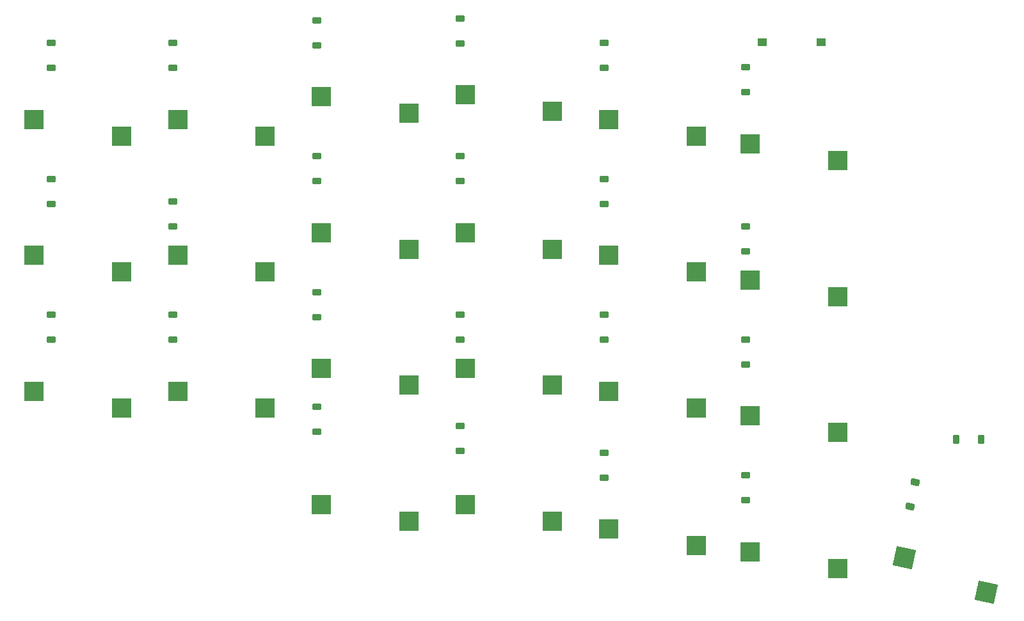
<source format=gbp>
%TF.GenerationSoftware,KiCad,Pcbnew,7.0.5-0*%
%TF.CreationDate,2023-08-03T20:32:26+09:30*%
%TF.ProjectId,Rolio,436f726e-6552-46f6-9c69-6f2e6b696361,rev?*%
%TF.SameCoordinates,Original*%
%TF.FileFunction,Paste,Bot*%
%TF.FilePolarity,Positive*%
%FSLAX46Y46*%
G04 Gerber Fmt 4.6, Leading zero omitted, Abs format (unit mm)*
G04 Created by KiCad (PCBNEW 7.0.5-0) date 2023-08-03 20:32:26*
%MOMM*%
%LPD*%
G01*
G04 APERTURE LIST*
G04 Aperture macros list*
%AMRoundRect*
0 Rectangle with rounded corners*
0 $1 Rounding radius*
0 $2 $3 $4 $5 $6 $7 $8 $9 X,Y pos of 4 corners*
0 Add a 4 corners polygon primitive as box body*
4,1,4,$2,$3,$4,$5,$6,$7,$8,$9,$2,$3,0*
0 Add four circle primitives for the rounded corners*
1,1,$1+$1,$2,$3*
1,1,$1+$1,$4,$5*
1,1,$1+$1,$6,$7*
1,1,$1+$1,$8,$9*
0 Add four rect primitives between the rounded corners*
20,1,$1+$1,$2,$3,$4,$5,0*
20,1,$1+$1,$4,$5,$6,$7,0*
20,1,$1+$1,$6,$7,$8,$9,0*
20,1,$1+$1,$8,$9,$2,$3,0*%
%AMRotRect*
0 Rectangle, with rotation*
0 The origin of the aperture is its center*
0 $1 length*
0 $2 width*
0 $3 Rotation angle, in degrees counterclockwise*
0 Add horizontal line*
21,1,$1,$2,0,0,$3*%
G04 Aperture macros list end*
%ADD10R,2.600000X2.600000*%
%ADD11RotRect,2.600000X2.600000X348.000000*%
%ADD12RoundRect,0.225000X-0.375000X0.225000X-0.375000X-0.225000X0.375000X-0.225000X0.375000X0.225000X0*%
%ADD13RoundRect,0.225000X-0.320025X0.298050X-0.413585X-0.142116X0.320025X-0.298050X0.413585X0.142116X0*%
%ADD14R,1.250000X1.000000*%
%ADD15RoundRect,0.225000X-0.225000X-0.375000X0.225000X-0.375000X0.225000X0.375000X-0.225000X0.375000X0*%
G04 APERTURE END LIST*
D10*
%TO.C,SW_B0*%
X85013000Y-51670000D03*
X73463000Y-49470000D03*
%TD*%
%TO.C,SW_B3*%
X123013000Y-102670000D03*
X111463000Y-100470000D03*
%TD*%
%TO.C,SW_B4*%
X104013000Y-102670000D03*
X92463000Y-100470000D03*
%TD*%
%TO.C,SW_C1*%
X104013000Y-66670000D03*
X92463000Y-64470000D03*
%TD*%
%TO.C,SW_B1*%
X85013000Y-69670000D03*
X73463000Y-67470000D03*
%TD*%
%TO.C,SW_F0*%
X160745900Y-54920000D03*
X149195900Y-52720000D03*
%TD*%
%TO.C,SW_A2*%
X66013000Y-87670000D03*
X54463000Y-85470000D03*
%TD*%
%TO.C,SW_D1*%
X123013000Y-66670000D03*
X111463000Y-64470000D03*
%TD*%
%TO.C,SW_E2*%
X142013000Y-87670000D03*
X130463000Y-85470000D03*
%TD*%
%TO.C,SW_D2*%
X123013000Y-84670000D03*
X111463000Y-82470000D03*
%TD*%
%TO.C,SW_E0*%
X142013000Y-51670000D03*
X130463000Y-49470000D03*
%TD*%
%TO.C,SW_A1*%
X66013000Y-69670000D03*
X54463000Y-67470000D03*
%TD*%
%TO.C,SW_A0*%
X66013000Y-51670000D03*
X54463000Y-49470000D03*
%TD*%
%TO.C,SW_F2*%
X160745900Y-90920000D03*
X149195900Y-88720000D03*
%TD*%
%TO.C,SW_D0*%
X123013000Y-48420000D03*
X111463000Y-46220000D03*
%TD*%
D11*
%TO.C,SW_E3*%
X180375923Y-112089654D03*
X169535724Y-107536349D03*
%TD*%
D10*
%TO.C,SW_F1*%
X160745900Y-72965000D03*
X149195900Y-70765000D03*
%TD*%
%TO.C,SW_C2*%
X104013000Y-84670000D03*
X92463000Y-82470000D03*
%TD*%
%TO.C,SW_E1*%
X142013000Y-69670000D03*
X130463000Y-67470000D03*
%TD*%
%TO.C,SW_C0*%
X104013000Y-48670000D03*
X92463000Y-46470000D03*
%TD*%
%TO.C,SW_C3*%
X142013000Y-105920000D03*
X130463000Y-103720000D03*
%TD*%
%TO.C,SW_B2*%
X85013000Y-87670000D03*
X73463000Y-85470000D03*
%TD*%
%TO.C,SW_D3*%
X160745900Y-108920000D03*
X149195900Y-106720000D03*
%TD*%
D12*
%TO.C,D17*%
X72838000Y-75352500D03*
X72838000Y-78652500D03*
%TD*%
%TO.C,D10*%
X91838000Y-54352500D03*
X91838000Y-57652500D03*
%TD*%
%TO.C,D13*%
X148570900Y-78602500D03*
X148570900Y-81902500D03*
%TD*%
%TO.C,D1*%
X148570900Y-42602500D03*
X148570900Y-45902500D03*
%TD*%
%TO.C,D12*%
X56676400Y-57352500D03*
X56676400Y-60652500D03*
%TD*%
%TO.C,D14*%
X129838000Y-75352500D03*
X129838000Y-78652500D03*
%TD*%
%TO.C,D15*%
X110838000Y-75352500D03*
X110838000Y-78652500D03*
%TD*%
%TO.C,D3*%
X110838000Y-36102500D03*
X110838000Y-39402500D03*
%TD*%
%TO.C,D22*%
X129838000Y-93602500D03*
X129838000Y-96902500D03*
%TD*%
%TO.C,D23*%
X110838000Y-90032500D03*
X110838000Y-93332500D03*
%TD*%
%TO.C,D11*%
X72838000Y-60352500D03*
X72838000Y-63652500D03*
%TD*%
%TO.C,D7*%
X148570900Y-63647500D03*
X148570900Y-66947500D03*
%TD*%
D13*
%TO.C,D20*%
X171027927Y-97509996D03*
X170341819Y-100737884D03*
%TD*%
D12*
%TO.C,D29*%
X91838000Y-87544000D03*
X91838000Y-90844000D03*
%TD*%
%TO.C,D4*%
X91838000Y-36352500D03*
X91838000Y-39652500D03*
%TD*%
D14*
%TO.C,RESET1*%
X158530400Y-39284000D03*
X150780400Y-39284000D03*
%TD*%
D12*
%TO.C,D2*%
X129838000Y-39352500D03*
X129838000Y-42652500D03*
%TD*%
%TO.C,D8*%
X129838000Y-57352500D03*
X129838000Y-60652500D03*
%TD*%
%TO.C,D18*%
X56676400Y-75352500D03*
X56676400Y-78652500D03*
%TD*%
%TO.C,D5*%
X72838000Y-39352500D03*
X72838000Y-42652500D03*
%TD*%
%TO.C,D6*%
X56676400Y-39352500D03*
X56676400Y-42652500D03*
%TD*%
%TO.C,D9*%
X110838000Y-54352500D03*
X110838000Y-57652500D03*
%TD*%
D15*
%TO.C,D19*%
X176438400Y-91862000D03*
X179738400Y-91862000D03*
%TD*%
D12*
%TO.C,D21*%
X148570900Y-96602500D03*
X148570900Y-99902500D03*
%TD*%
%TO.C,D16*%
X91838000Y-72352500D03*
X91838000Y-75652500D03*
%TD*%
M02*

</source>
